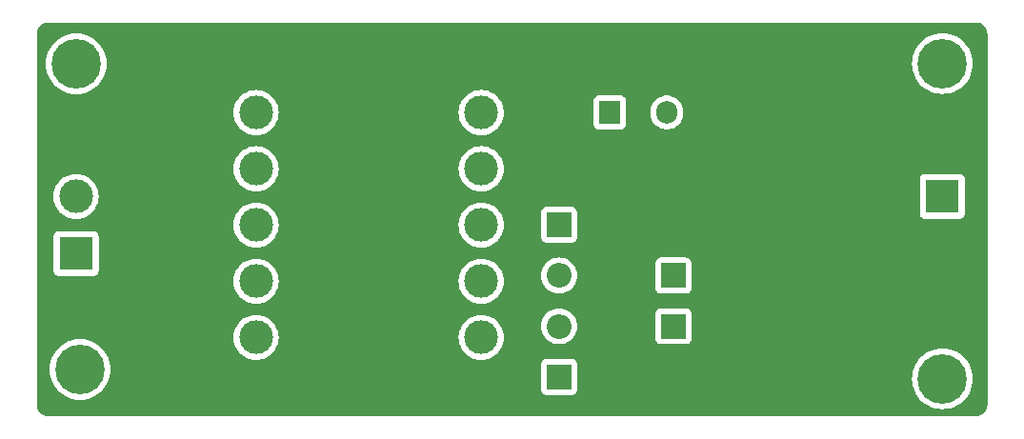
<source format=gbr>
%TF.GenerationSoftware,KiCad,Pcbnew,8.0.7*%
%TF.CreationDate,2025-08-07T00:01:01+05:30*%
%TF.ProjectId,Power_Supply,506f7765-725f-4537-9570-706c792e6b69,rev?*%
%TF.SameCoordinates,Original*%
%TF.FileFunction,Copper,L2,Bot*%
%TF.FilePolarity,Positive*%
%FSLAX46Y46*%
G04 Gerber Fmt 4.6, Leading zero omitted, Abs format (unit mm)*
G04 Created by KiCad (PCBNEW 8.0.7) date 2025-08-07 00:01:01*
%MOMM*%
%LPD*%
G01*
G04 APERTURE LIST*
%TA.AperFunction,ComponentPad*%
%ADD10C,0.700000*%
%TD*%
%TA.AperFunction,ComponentPad*%
%ADD11C,4.400000*%
%TD*%
%TA.AperFunction,ComponentPad*%
%ADD12R,1.905000X2.000000*%
%TD*%
%TA.AperFunction,ComponentPad*%
%ADD13O,1.905000X2.000000*%
%TD*%
%TA.AperFunction,ComponentPad*%
%ADD14C,3.000000*%
%TD*%
%TA.AperFunction,ComponentPad*%
%ADD15R,3.000000X3.000000*%
%TD*%
%TA.AperFunction,ComponentPad*%
%ADD16R,2.200000X2.200000*%
%TD*%
%TA.AperFunction,ComponentPad*%
%ADD17O,2.200000X2.200000*%
%TD*%
G04 APERTURE END LIST*
D10*
%TO.P,H4,1,1*%
%TO.N,unconnected-(H4-Pad1)*%
X182150000Y-97166726D03*
%TO.N,unconnected-(H4-Pad1)_3*%
X181666726Y-98333452D03*
%TO.N,unconnected-(H4-Pad1)_2*%
X181666726Y-96000000D03*
%TO.N,unconnected-(H4-Pad1)_1*%
X180500000Y-98816726D03*
D11*
%TO.N,unconnected-(H4-Pad1)_4*%
X180500000Y-97166726D03*
D10*
%TO.N,unconnected-(H4-Pad1)_7*%
X180500000Y-95516726D03*
%TO.N,unconnected-(H4-Pad1)_6*%
X179333274Y-98333452D03*
%TO.N,unconnected-(H4-Pad1)_5*%
X179333274Y-96000000D03*
%TO.N,unconnected-(H4-Pad1)_8*%
X178850000Y-97166726D03*
%TD*%
%TO.P,H3,1,1*%
%TO.N,unconnected-(H3-Pad1)_4*%
X105483274Y-96333274D03*
%TO.N,unconnected-(H3-Pad1)_2*%
X105000000Y-97500000D03*
%TO.N,unconnected-(H3-Pad1)_7*%
X105000000Y-95166548D03*
%TO.N,unconnected-(H3-Pad1)_8*%
X103833274Y-97983274D03*
D11*
%TO.N,unconnected-(H3-Pad1)_6*%
X103833274Y-96333274D03*
D10*
%TO.N,unconnected-(H3-Pad1)_5*%
X103833274Y-94683274D03*
%TO.N,unconnected-(H3-Pad1)_3*%
X102666548Y-97500000D03*
%TO.N,unconnected-(H3-Pad1)_1*%
X102666548Y-95166548D03*
%TO.N,unconnected-(H3-Pad1)*%
X102183274Y-96333274D03*
%TD*%
%TO.P,H2,1,1*%
%TO.N,unconnected-(H2-Pad1)_6*%
X182150000Y-69150000D03*
%TO.N,unconnected-(H2-Pad1)*%
X181666726Y-70316726D03*
%TO.N,unconnected-(H2-Pad1)_2*%
X181666726Y-67983274D03*
%TO.N,unconnected-(H2-Pad1)_8*%
X180500000Y-70800000D03*
D11*
%TO.N,unconnected-(H2-Pad1)_3*%
X180500000Y-69150000D03*
D10*
%TO.N,unconnected-(H2-Pad1)_7*%
X180500000Y-67500000D03*
%TO.N,unconnected-(H2-Pad1)_5*%
X179333274Y-70316726D03*
%TO.N,unconnected-(H2-Pad1)_1*%
X179333274Y-67983274D03*
%TO.N,unconnected-(H2-Pad1)_4*%
X178850000Y-69150000D03*
%TD*%
%TO.P,H1,1,1*%
%TO.N,unconnected-(H1-Pad1)_6*%
X105150000Y-69166726D03*
%TO.N,unconnected-(H1-Pad1)_1*%
X104666726Y-70333452D03*
%TO.N,unconnected-(H1-Pad1)_5*%
X104666726Y-68000000D03*
%TO.N,unconnected-(H1-Pad1)_8*%
X103500000Y-70816726D03*
D11*
%TO.N,unconnected-(H1-Pad1)_4*%
X103500000Y-69166726D03*
D10*
%TO.N,unconnected-(H1-Pad1)*%
X103500000Y-67516726D03*
%TO.N,unconnected-(H1-Pad1)_7*%
X102333274Y-70333452D03*
%TO.N,unconnected-(H1-Pad1)_3*%
X102333274Y-68000000D03*
%TO.N,unconnected-(H1-Pad1)_2*%
X101850000Y-69166726D03*
%TD*%
D12*
%TO.P,U1,1,VI*%
%TO.N,Net-(D3-K)*%
X150920000Y-73500000D03*
D13*
%TO.P,U1,2,GND*%
%TO.N,GND*%
X153460000Y-73500000D03*
%TO.P,U1,3,VO*%
%TO.N,OUTPUT*%
X156000000Y-73500000D03*
%TD*%
D14*
%TO.P,T1,10*%
%TO.N,N/C*%
X139500000Y-93500000D03*
%TO.P,T1,9,SA*%
%TO.N,Net-(D2-K)*%
X139500000Y-88500000D03*
%TO.P,T1,8*%
%TO.N,N/C*%
X139500000Y-83500000D03*
%TO.P,T1,7,SB*%
%TO.N,Net-(D1-K)*%
X139500000Y-78500000D03*
%TO.P,T1,6*%
%TO.N,N/C*%
X139500000Y-73500000D03*
%TO.P,T1,5*%
X119500000Y-73500000D03*
%TO.P,T1,4*%
X119500000Y-78500000D03*
%TO.P,T1,3*%
X119500000Y-83500000D03*
%TO.P,T1,2,AB*%
%TO.N,Net-(J1-Pin_2)*%
X119500000Y-88500000D03*
%TO.P,T1,1,AA*%
%TO.N,INPUT*%
X119500000Y-93500000D03*
%TD*%
%TO.P,J2,2,Pin_2*%
%TO.N,GND*%
X180500000Y-86040000D03*
D15*
%TO.P,J2,1,Pin_1*%
%TO.N,OUTPUT*%
X180500000Y-80960000D03*
%TD*%
D14*
%TO.P,J1,2,Pin_2*%
%TO.N,Net-(J1-Pin_2)*%
X103500000Y-80960000D03*
D15*
%TO.P,J1,1,Pin_1*%
%TO.N,INPUT*%
X103500000Y-86040000D03*
%TD*%
D16*
%TO.P,D4,1,K*%
%TO.N,Net-(D3-K)*%
X156580000Y-92500000D03*
D17*
%TO.P,D4,2,A*%
%TO.N,Net-(D2-K)*%
X146420000Y-92500000D03*
%TD*%
D16*
%TO.P,D3,1,K*%
%TO.N,Net-(D3-K)*%
X156580000Y-88000000D03*
D17*
%TO.P,D3,2,A*%
%TO.N,Net-(D1-K)*%
X146420000Y-88000000D03*
%TD*%
D16*
%TO.P,D2,1,K*%
%TO.N,Net-(D2-K)*%
X146420000Y-97000000D03*
D17*
%TO.P,D2,2,A*%
%TO.N,GND*%
X156580000Y-97000000D03*
%TD*%
D16*
%TO.P,D1,1,K*%
%TO.N,Net-(D1-K)*%
X146420000Y-83500000D03*
D17*
%TO.P,D1,2,A*%
%TO.N,GND*%
X156580000Y-83500000D03*
%TD*%
%TA.AperFunction,Conductor*%
%TO.N,GND*%
G36*
X183505394Y-65500972D02*
G01*
X183535721Y-65503625D01*
X183662755Y-65514739D01*
X183684035Y-65518491D01*
X183801188Y-65549882D01*
X183831369Y-65557969D01*
X183851681Y-65565362D01*
X183989915Y-65629822D01*
X184008633Y-65640629D01*
X184133582Y-65728119D01*
X184150140Y-65742013D01*
X184257986Y-65849859D01*
X184271880Y-65866417D01*
X184359370Y-65991366D01*
X184370177Y-66010084D01*
X184434637Y-66148318D01*
X184442030Y-66168630D01*
X184481507Y-66315961D01*
X184485260Y-66337246D01*
X184499028Y-66494605D01*
X184499500Y-66505413D01*
X184499500Y-99494586D01*
X184499028Y-99505394D01*
X184485260Y-99662753D01*
X184481507Y-99684038D01*
X184442030Y-99831369D01*
X184434637Y-99851681D01*
X184370177Y-99989915D01*
X184359370Y-100008633D01*
X184271880Y-100133582D01*
X184257986Y-100150140D01*
X184150140Y-100257986D01*
X184133582Y-100271880D01*
X184008633Y-100359370D01*
X183989915Y-100370177D01*
X183851681Y-100434637D01*
X183831369Y-100442030D01*
X183684038Y-100481507D01*
X183662753Y-100485260D01*
X183505395Y-100499028D01*
X183494587Y-100499500D01*
X101005413Y-100499500D01*
X100994605Y-100499028D01*
X100837246Y-100485260D01*
X100815961Y-100481507D01*
X100668630Y-100442030D01*
X100648318Y-100434637D01*
X100510084Y-100370177D01*
X100491366Y-100359370D01*
X100366417Y-100271880D01*
X100349859Y-100257986D01*
X100242013Y-100150140D01*
X100228119Y-100133582D01*
X100140629Y-100008633D01*
X100129822Y-99989915D01*
X100065362Y-99851681D01*
X100057969Y-99831369D01*
X100047835Y-99793547D01*
X100018491Y-99684035D01*
X100014739Y-99662752D01*
X100000972Y-99505393D01*
X100000500Y-99494586D01*
X100000500Y-96333274D01*
X101127838Y-96333274D01*
X101147563Y-96659373D01*
X101206452Y-96980726D01*
X101303640Y-97292616D01*
X101303644Y-97292628D01*
X101303647Y-97292635D01*
X101437729Y-97590553D01*
X101572916Y-97814179D01*
X101606747Y-97870142D01*
X101808228Y-98127313D01*
X102039234Y-98358319D01*
X102296405Y-98559800D01*
X102296408Y-98559802D01*
X102296411Y-98559804D01*
X102575995Y-98728819D01*
X102873913Y-98862901D01*
X102873926Y-98862905D01*
X102873931Y-98862907D01*
X103185821Y-98960095D01*
X103507170Y-99018984D01*
X103833274Y-99038710D01*
X104159378Y-99018984D01*
X104480727Y-98960095D01*
X104792635Y-98862901D01*
X105090553Y-98728819D01*
X105370137Y-98559804D01*
X105627310Y-98358322D01*
X105858322Y-98127310D01*
X106059804Y-97870137D01*
X106228819Y-97590553D01*
X106362901Y-97292635D01*
X106460095Y-96980727D01*
X106518984Y-96659378D01*
X106538710Y-96333274D01*
X106518984Y-96007170D01*
X106490573Y-95852135D01*
X144819500Y-95852135D01*
X144819500Y-98147870D01*
X144819501Y-98147876D01*
X144825908Y-98207483D01*
X144876202Y-98342328D01*
X144876206Y-98342335D01*
X144962452Y-98457544D01*
X144962455Y-98457547D01*
X145077664Y-98543793D01*
X145077671Y-98543797D01*
X145212517Y-98594091D01*
X145212516Y-98594091D01*
X145219444Y-98594835D01*
X145272127Y-98600500D01*
X147567872Y-98600499D01*
X147627483Y-98594091D01*
X147762331Y-98543796D01*
X147877546Y-98457546D01*
X147963796Y-98342331D01*
X148014091Y-98207483D01*
X148020500Y-98147873D01*
X148020500Y-97166726D01*
X177794564Y-97166726D01*
X177814289Y-97492825D01*
X177873178Y-97814178D01*
X177970366Y-98126068D01*
X177970370Y-98126080D01*
X177970373Y-98126087D01*
X178104455Y-98424005D01*
X178268901Y-98696032D01*
X178273473Y-98703594D01*
X178474954Y-98960765D01*
X178705960Y-99191771D01*
X178963131Y-99393252D01*
X178963134Y-99393254D01*
X178963137Y-99393256D01*
X179242721Y-99562271D01*
X179540639Y-99696353D01*
X179540652Y-99696357D01*
X179540657Y-99696359D01*
X179852547Y-99793547D01*
X180173896Y-99852436D01*
X180500000Y-99872162D01*
X180826104Y-99852436D01*
X181147453Y-99793547D01*
X181459361Y-99696353D01*
X181757279Y-99562271D01*
X182036863Y-99393256D01*
X182294036Y-99191774D01*
X182525048Y-98960762D01*
X182726530Y-98703589D01*
X182895545Y-98424005D01*
X183029627Y-98126087D01*
X183126821Y-97814179D01*
X183185710Y-97492830D01*
X183205436Y-97166726D01*
X183185710Y-96840622D01*
X183126821Y-96519273D01*
X183029627Y-96207365D01*
X182895545Y-95909447D01*
X182726530Y-95629863D01*
X182726528Y-95629860D01*
X182726526Y-95629857D01*
X182525045Y-95372686D01*
X182294039Y-95141680D01*
X182036868Y-94940199D01*
X182029306Y-94935627D01*
X181757279Y-94771181D01*
X181459361Y-94637099D01*
X181459354Y-94637096D01*
X181459342Y-94637092D01*
X181147452Y-94539904D01*
X180826099Y-94481015D01*
X180500000Y-94461290D01*
X180173900Y-94481015D01*
X179852547Y-94539904D01*
X179540657Y-94637092D01*
X179540641Y-94637098D01*
X179540639Y-94637099D01*
X179350933Y-94722478D01*
X179242725Y-94771179D01*
X179242723Y-94771180D01*
X178963131Y-94940199D01*
X178705960Y-95141680D01*
X178474954Y-95372686D01*
X178273473Y-95629857D01*
X178104454Y-95909449D01*
X178104453Y-95909451D01*
X177970372Y-96207368D01*
X177970366Y-96207383D01*
X177873178Y-96519273D01*
X177814289Y-96840626D01*
X177794564Y-97166726D01*
X148020500Y-97166726D01*
X148020499Y-95852128D01*
X148014091Y-95792517D01*
X147963796Y-95657669D01*
X147963795Y-95657668D01*
X147963793Y-95657664D01*
X147877547Y-95542455D01*
X147877544Y-95542452D01*
X147762335Y-95456206D01*
X147762328Y-95456202D01*
X147627482Y-95405908D01*
X147627483Y-95405908D01*
X147567883Y-95399501D01*
X147567881Y-95399500D01*
X147567873Y-95399500D01*
X147567864Y-95399500D01*
X145272129Y-95399500D01*
X145272123Y-95399501D01*
X145212516Y-95405908D01*
X145077671Y-95456202D01*
X145077664Y-95456206D01*
X144962455Y-95542452D01*
X144962452Y-95542455D01*
X144876206Y-95657664D01*
X144876202Y-95657671D01*
X144825908Y-95792517D01*
X144819501Y-95852116D01*
X144819501Y-95852123D01*
X144819500Y-95852135D01*
X106490573Y-95852135D01*
X106460095Y-95685821D01*
X106397578Y-95485195D01*
X106362907Y-95373931D01*
X106362905Y-95373926D01*
X106362901Y-95373913D01*
X106228819Y-95075995D01*
X106059804Y-94796411D01*
X106059802Y-94796408D01*
X106059800Y-94796405D01*
X105858319Y-94539234D01*
X105627313Y-94308228D01*
X105370142Y-94106747D01*
X105266010Y-94043797D01*
X105090553Y-93937729D01*
X104792635Y-93803647D01*
X104792628Y-93803644D01*
X104792616Y-93803640D01*
X104480726Y-93706452D01*
X104159373Y-93647563D01*
X103833274Y-93627838D01*
X103507174Y-93647563D01*
X103185821Y-93706452D01*
X102873931Y-93803640D01*
X102873915Y-93803646D01*
X102873913Y-93803647D01*
X102787961Y-93842331D01*
X102575999Y-93937727D01*
X102575997Y-93937728D01*
X102296405Y-94106747D01*
X102039234Y-94308228D01*
X101808228Y-94539234D01*
X101606747Y-94796405D01*
X101519821Y-94940199D01*
X101437729Y-95075995D01*
X101304198Y-95372690D01*
X101303646Y-95373916D01*
X101303640Y-95373931D01*
X101206452Y-95685821D01*
X101147563Y-96007174D01*
X101127838Y-96333274D01*
X100000500Y-96333274D01*
X100000500Y-93499998D01*
X117494390Y-93499998D01*
X117494390Y-93500001D01*
X117514804Y-93785433D01*
X117575628Y-94065037D01*
X117575630Y-94065043D01*
X117575631Y-94065046D01*
X117675633Y-94333161D01*
X117675635Y-94333166D01*
X117812770Y-94584309D01*
X117812775Y-94584317D01*
X117984254Y-94813387D01*
X117984270Y-94813405D01*
X118186594Y-95015729D01*
X118186612Y-95015745D01*
X118415682Y-95187224D01*
X118415690Y-95187229D01*
X118666833Y-95324364D01*
X118666832Y-95324364D01*
X118666836Y-95324365D01*
X118666839Y-95324367D01*
X118934954Y-95424369D01*
X118934960Y-95424370D01*
X118934962Y-95424371D01*
X119214566Y-95485195D01*
X119214568Y-95485195D01*
X119214572Y-95485196D01*
X119468220Y-95503337D01*
X119499999Y-95505610D01*
X119500000Y-95505610D01*
X119500001Y-95505610D01*
X119528595Y-95503564D01*
X119785428Y-95485196D01*
X119918694Y-95456206D01*
X120065037Y-95424371D01*
X120065037Y-95424370D01*
X120065046Y-95424369D01*
X120333161Y-95324367D01*
X120584315Y-95187226D01*
X120813395Y-95015739D01*
X121015739Y-94813395D01*
X121187226Y-94584315D01*
X121324367Y-94333161D01*
X121424369Y-94065046D01*
X121452065Y-93937728D01*
X121485195Y-93785433D01*
X121485195Y-93785432D01*
X121485196Y-93785428D01*
X121505610Y-93500000D01*
X121505610Y-93499998D01*
X137494390Y-93499998D01*
X137494390Y-93500001D01*
X137514804Y-93785433D01*
X137575628Y-94065037D01*
X137575630Y-94065043D01*
X137575631Y-94065046D01*
X137675633Y-94333161D01*
X137675635Y-94333166D01*
X137812770Y-94584309D01*
X137812775Y-94584317D01*
X137984254Y-94813387D01*
X137984270Y-94813405D01*
X138186594Y-95015729D01*
X138186612Y-95015745D01*
X138415682Y-95187224D01*
X138415690Y-95187229D01*
X138666833Y-95324364D01*
X138666832Y-95324364D01*
X138666836Y-95324365D01*
X138666839Y-95324367D01*
X138934954Y-95424369D01*
X138934960Y-95424370D01*
X138934962Y-95424371D01*
X139214566Y-95485195D01*
X139214568Y-95485195D01*
X139214572Y-95485196D01*
X139468220Y-95503337D01*
X139499999Y-95505610D01*
X139500000Y-95505610D01*
X139500001Y-95505610D01*
X139528595Y-95503564D01*
X139785428Y-95485196D01*
X139918694Y-95456206D01*
X140065037Y-95424371D01*
X140065037Y-95424370D01*
X140065046Y-95424369D01*
X140333161Y-95324367D01*
X140584315Y-95187226D01*
X140813395Y-95015739D01*
X141015739Y-94813395D01*
X141187226Y-94584315D01*
X141324367Y-94333161D01*
X141424369Y-94065046D01*
X141452065Y-93937728D01*
X141485195Y-93785433D01*
X141485195Y-93785432D01*
X141485196Y-93785428D01*
X141505610Y-93500000D01*
X141485196Y-93214572D01*
X141424369Y-92934954D01*
X141324367Y-92666839D01*
X141233266Y-92500000D01*
X144814551Y-92500000D01*
X144834317Y-92751151D01*
X144893126Y-92996110D01*
X144989533Y-93228859D01*
X145121160Y-93443653D01*
X145121161Y-93443656D01*
X145121164Y-93443659D01*
X145284776Y-93635224D01*
X145433066Y-93761875D01*
X145476343Y-93798838D01*
X145476346Y-93798839D01*
X145691140Y-93930466D01*
X145923889Y-94026873D01*
X146168852Y-94085683D01*
X146420000Y-94105449D01*
X146671148Y-94085683D01*
X146916111Y-94026873D01*
X147148859Y-93930466D01*
X147363659Y-93798836D01*
X147555224Y-93635224D01*
X147718836Y-93443659D01*
X147850466Y-93228859D01*
X147946873Y-92996111D01*
X148005683Y-92751148D01*
X148025449Y-92500000D01*
X148005683Y-92248852D01*
X147946873Y-92003889D01*
X147938740Y-91984254D01*
X147850466Y-91771140D01*
X147718839Y-91556346D01*
X147718838Y-91556343D01*
X147665925Y-91494390D01*
X147555224Y-91364776D01*
X147540423Y-91352135D01*
X154979500Y-91352135D01*
X154979500Y-93647870D01*
X154979501Y-93647876D01*
X154985908Y-93707483D01*
X155036202Y-93842328D01*
X155036206Y-93842335D01*
X155122452Y-93957544D01*
X155122455Y-93957547D01*
X155237664Y-94043793D01*
X155237671Y-94043797D01*
X155372517Y-94094091D01*
X155372516Y-94094091D01*
X155379444Y-94094835D01*
X155432127Y-94100500D01*
X157727872Y-94100499D01*
X157787483Y-94094091D01*
X157922331Y-94043796D01*
X158037546Y-93957546D01*
X158123796Y-93842331D01*
X158174091Y-93707483D01*
X158180500Y-93647873D01*
X158180499Y-91352128D01*
X158174091Y-91292517D01*
X158140017Y-91201161D01*
X158123797Y-91157671D01*
X158123793Y-91157664D01*
X158037547Y-91042455D01*
X158037544Y-91042452D01*
X157922335Y-90956206D01*
X157922328Y-90956202D01*
X157787482Y-90905908D01*
X157787483Y-90905908D01*
X157727883Y-90899501D01*
X157727881Y-90899500D01*
X157727873Y-90899500D01*
X157727864Y-90899500D01*
X155432129Y-90899500D01*
X155432123Y-90899501D01*
X155372516Y-90905908D01*
X155237671Y-90956202D01*
X155237664Y-90956206D01*
X155122455Y-91042452D01*
X155122452Y-91042455D01*
X155036206Y-91157664D01*
X155036202Y-91157671D01*
X154985908Y-91292517D01*
X154979501Y-91352116D01*
X154979501Y-91352123D01*
X154979500Y-91352135D01*
X147540423Y-91352135D01*
X147428571Y-91256604D01*
X147363656Y-91201161D01*
X147363653Y-91201160D01*
X147148859Y-91069533D01*
X146916110Y-90973126D01*
X146671151Y-90914317D01*
X146420000Y-90894551D01*
X146168848Y-90914317D01*
X145923889Y-90973126D01*
X145691140Y-91069533D01*
X145476346Y-91201160D01*
X145476343Y-91201161D01*
X145284776Y-91364776D01*
X145121161Y-91556343D01*
X145121160Y-91556346D01*
X144989533Y-91771140D01*
X144893126Y-92003889D01*
X144834317Y-92248848D01*
X144814551Y-92500000D01*
X141233266Y-92500000D01*
X141187226Y-92415685D01*
X141187224Y-92415682D01*
X141015745Y-92186612D01*
X141015729Y-92186594D01*
X140813405Y-91984270D01*
X140813387Y-91984254D01*
X140584317Y-91812775D01*
X140584309Y-91812770D01*
X140333166Y-91675635D01*
X140333167Y-91675635D01*
X140225915Y-91635632D01*
X140065046Y-91575631D01*
X140065043Y-91575630D01*
X140065037Y-91575628D01*
X139785433Y-91514804D01*
X139500001Y-91494390D01*
X139499999Y-91494390D01*
X139214566Y-91514804D01*
X138934962Y-91575628D01*
X138666833Y-91675635D01*
X138415690Y-91812770D01*
X138415682Y-91812775D01*
X138186612Y-91984254D01*
X138186594Y-91984270D01*
X137984270Y-92186594D01*
X137984254Y-92186612D01*
X137812775Y-92415682D01*
X137812770Y-92415690D01*
X137675635Y-92666833D01*
X137575628Y-92934962D01*
X137514804Y-93214566D01*
X137494390Y-93499998D01*
X121505610Y-93499998D01*
X121485196Y-93214572D01*
X121424369Y-92934954D01*
X121324367Y-92666839D01*
X121187226Y-92415685D01*
X121187224Y-92415682D01*
X121015745Y-92186612D01*
X121015729Y-92186594D01*
X120813405Y-91984270D01*
X120813387Y-91984254D01*
X120584317Y-91812775D01*
X120584309Y-91812770D01*
X120333166Y-91675635D01*
X120333167Y-91675635D01*
X120225915Y-91635632D01*
X120065046Y-91575631D01*
X120065043Y-91575630D01*
X120065037Y-91575628D01*
X119785433Y-91514804D01*
X119500001Y-91494390D01*
X119499999Y-91494390D01*
X119214566Y-91514804D01*
X118934962Y-91575628D01*
X118666833Y-91675635D01*
X118415690Y-91812770D01*
X118415682Y-91812775D01*
X118186612Y-91984254D01*
X118186594Y-91984270D01*
X117984270Y-92186594D01*
X117984254Y-92186612D01*
X117812775Y-92415682D01*
X117812770Y-92415690D01*
X117675635Y-92666833D01*
X117575628Y-92934962D01*
X117514804Y-93214566D01*
X117494390Y-93499998D01*
X100000500Y-93499998D01*
X100000500Y-88499998D01*
X117494390Y-88499998D01*
X117494390Y-88500001D01*
X117514804Y-88785433D01*
X117575628Y-89065037D01*
X117575630Y-89065043D01*
X117575631Y-89065046D01*
X117662831Y-89298838D01*
X117675635Y-89333166D01*
X117812770Y-89584309D01*
X117812775Y-89584317D01*
X117984254Y-89813387D01*
X117984270Y-89813405D01*
X118186594Y-90015729D01*
X118186612Y-90015745D01*
X118415682Y-90187224D01*
X118415690Y-90187229D01*
X118666833Y-90324364D01*
X118666832Y-90324364D01*
X118666836Y-90324365D01*
X118666839Y-90324367D01*
X118934954Y-90424369D01*
X118934960Y-90424370D01*
X118934962Y-90424371D01*
X119214566Y-90485195D01*
X119214568Y-90485195D01*
X119214572Y-90485196D01*
X119468220Y-90503337D01*
X119499999Y-90505610D01*
X119500000Y-90505610D01*
X119500001Y-90505610D01*
X119528595Y-90503564D01*
X119785428Y-90485196D01*
X120065046Y-90424369D01*
X120333161Y-90324367D01*
X120584315Y-90187226D01*
X120813395Y-90015739D01*
X121015739Y-89813395D01*
X121187226Y-89584315D01*
X121324367Y-89333161D01*
X121424369Y-89065046D01*
X121485196Y-88785428D01*
X121505610Y-88500000D01*
X121505610Y-88499998D01*
X137494390Y-88499998D01*
X137494390Y-88500001D01*
X137514804Y-88785433D01*
X137575628Y-89065037D01*
X137575630Y-89065043D01*
X137575631Y-89065046D01*
X137662831Y-89298838D01*
X137675635Y-89333166D01*
X137812770Y-89584309D01*
X137812775Y-89584317D01*
X137984254Y-89813387D01*
X137984270Y-89813405D01*
X138186594Y-90015729D01*
X138186612Y-90015745D01*
X138415682Y-90187224D01*
X138415690Y-90187229D01*
X138666833Y-90324364D01*
X138666832Y-90324364D01*
X138666836Y-90324365D01*
X138666839Y-90324367D01*
X138934954Y-90424369D01*
X138934960Y-90424370D01*
X138934962Y-90424371D01*
X139214566Y-90485195D01*
X139214568Y-90485195D01*
X139214572Y-90485196D01*
X139468220Y-90503337D01*
X139499999Y-90505610D01*
X139500000Y-90505610D01*
X139500001Y-90505610D01*
X139528595Y-90503564D01*
X139785428Y-90485196D01*
X140065046Y-90424369D01*
X140333161Y-90324367D01*
X140584315Y-90187226D01*
X140813395Y-90015739D01*
X141015739Y-89813395D01*
X141187226Y-89584315D01*
X141324367Y-89333161D01*
X141424369Y-89065046D01*
X141485196Y-88785428D01*
X141505610Y-88500000D01*
X141485196Y-88214572D01*
X141438519Y-88000000D01*
X144814551Y-88000000D01*
X144834317Y-88251151D01*
X144893126Y-88496110D01*
X144989533Y-88728859D01*
X145121160Y-88943653D01*
X145121161Y-88943656D01*
X145121164Y-88943659D01*
X145284776Y-89135224D01*
X145433066Y-89261875D01*
X145476343Y-89298838D01*
X145476346Y-89298839D01*
X145691140Y-89430466D01*
X145923889Y-89526873D01*
X146168852Y-89585683D01*
X146420000Y-89605449D01*
X146671148Y-89585683D01*
X146916111Y-89526873D01*
X147148859Y-89430466D01*
X147363659Y-89298836D01*
X147555224Y-89135224D01*
X147718836Y-88943659D01*
X147850466Y-88728859D01*
X147946873Y-88496111D01*
X148005683Y-88251148D01*
X148025449Y-88000000D01*
X148005683Y-87748852D01*
X147946873Y-87503889D01*
X147850466Y-87271141D01*
X147850466Y-87271140D01*
X147718839Y-87056346D01*
X147718838Y-87056343D01*
X147681875Y-87013066D01*
X147555224Y-86864776D01*
X147540423Y-86852135D01*
X154979500Y-86852135D01*
X154979500Y-89147870D01*
X154979501Y-89147876D01*
X154985908Y-89207483D01*
X155036202Y-89342328D01*
X155036206Y-89342335D01*
X155122452Y-89457544D01*
X155122455Y-89457547D01*
X155237664Y-89543793D01*
X155237671Y-89543797D01*
X155372517Y-89594091D01*
X155372516Y-89594091D01*
X155379444Y-89594835D01*
X155432127Y-89600500D01*
X157727872Y-89600499D01*
X157787483Y-89594091D01*
X157922331Y-89543796D01*
X158037546Y-89457546D01*
X158123796Y-89342331D01*
X158174091Y-89207483D01*
X158180500Y-89147873D01*
X158180499Y-86852128D01*
X158174091Y-86792517D01*
X158140017Y-86701161D01*
X158123797Y-86657671D01*
X158123793Y-86657664D01*
X158037547Y-86542455D01*
X158037544Y-86542452D01*
X157922335Y-86456206D01*
X157922328Y-86456202D01*
X157787482Y-86405908D01*
X157787483Y-86405908D01*
X157727883Y-86399501D01*
X157727881Y-86399500D01*
X157727873Y-86399500D01*
X157727864Y-86399500D01*
X155432129Y-86399500D01*
X155432123Y-86399501D01*
X155372516Y-86405908D01*
X155237671Y-86456202D01*
X155237664Y-86456206D01*
X155122455Y-86542452D01*
X155122452Y-86542455D01*
X155036206Y-86657664D01*
X155036202Y-86657671D01*
X154985908Y-86792517D01*
X154979501Y-86852116D01*
X154979501Y-86852123D01*
X154979500Y-86852135D01*
X147540423Y-86852135D01*
X147428571Y-86756604D01*
X147363656Y-86701161D01*
X147363653Y-86701160D01*
X147148859Y-86569533D01*
X146916110Y-86473126D01*
X146671151Y-86414317D01*
X146420000Y-86394551D01*
X146168848Y-86414317D01*
X145923889Y-86473126D01*
X145691140Y-86569533D01*
X145476346Y-86701160D01*
X145476343Y-86701161D01*
X145284776Y-86864776D01*
X145121161Y-87056343D01*
X145121160Y-87056346D01*
X144989533Y-87271140D01*
X144893126Y-87503889D01*
X144834317Y-87748848D01*
X144814551Y-88000000D01*
X141438519Y-88000000D01*
X141434993Y-87983793D01*
X141424371Y-87934962D01*
X141424370Y-87934960D01*
X141424369Y-87934954D01*
X141324367Y-87666839D01*
X141313797Y-87647482D01*
X141187229Y-87415690D01*
X141187224Y-87415682D01*
X141015745Y-87186612D01*
X141015729Y-87186594D01*
X140813405Y-86984270D01*
X140813387Y-86984254D01*
X140584317Y-86812775D01*
X140584309Y-86812770D01*
X140333166Y-86675635D01*
X140333167Y-86675635D01*
X140225915Y-86635632D01*
X140065046Y-86575631D01*
X140065043Y-86575630D01*
X140065037Y-86575628D01*
X139785433Y-86514804D01*
X139500001Y-86494390D01*
X139499999Y-86494390D01*
X139214566Y-86514804D01*
X138934962Y-86575628D01*
X138666833Y-86675635D01*
X138415690Y-86812770D01*
X138415682Y-86812775D01*
X138186612Y-86984254D01*
X138186594Y-86984270D01*
X137984270Y-87186594D01*
X137984254Y-87186612D01*
X137812775Y-87415682D01*
X137812770Y-87415690D01*
X137675635Y-87666833D01*
X137575628Y-87934962D01*
X137514804Y-88214566D01*
X137494390Y-88499998D01*
X121505610Y-88499998D01*
X121485196Y-88214572D01*
X121434993Y-87983793D01*
X121424371Y-87934962D01*
X121424370Y-87934960D01*
X121424369Y-87934954D01*
X121324367Y-87666839D01*
X121313797Y-87647482D01*
X121187229Y-87415690D01*
X121187224Y-87415682D01*
X121015745Y-87186612D01*
X121015729Y-87186594D01*
X120813405Y-86984270D01*
X120813387Y-86984254D01*
X120584317Y-86812775D01*
X120584309Y-86812770D01*
X120333166Y-86675635D01*
X120333167Y-86675635D01*
X120225915Y-86635632D01*
X120065046Y-86575631D01*
X120065043Y-86575630D01*
X120065037Y-86575628D01*
X119785433Y-86514804D01*
X119500001Y-86494390D01*
X119499999Y-86494390D01*
X119214566Y-86514804D01*
X118934962Y-86575628D01*
X118666833Y-86675635D01*
X118415690Y-86812770D01*
X118415682Y-86812775D01*
X118186612Y-86984254D01*
X118186594Y-86984270D01*
X117984270Y-87186594D01*
X117984254Y-87186612D01*
X117812775Y-87415682D01*
X117812770Y-87415690D01*
X117675635Y-87666833D01*
X117575628Y-87934962D01*
X117514804Y-88214566D01*
X117494390Y-88499998D01*
X100000500Y-88499998D01*
X100000500Y-84492135D01*
X101499500Y-84492135D01*
X101499500Y-87587870D01*
X101499501Y-87587876D01*
X101505908Y-87647483D01*
X101556202Y-87782328D01*
X101556206Y-87782335D01*
X101642452Y-87897544D01*
X101642455Y-87897547D01*
X101757664Y-87983793D01*
X101757671Y-87983797D01*
X101892517Y-88034091D01*
X101892516Y-88034091D01*
X101899444Y-88034835D01*
X101952127Y-88040500D01*
X105047872Y-88040499D01*
X105107483Y-88034091D01*
X105242331Y-87983796D01*
X105357546Y-87897546D01*
X105443796Y-87782331D01*
X105494091Y-87647483D01*
X105500500Y-87587873D01*
X105500499Y-84492128D01*
X105494091Y-84432517D01*
X105443796Y-84297669D01*
X105443795Y-84297668D01*
X105443793Y-84297664D01*
X105357547Y-84182455D01*
X105357544Y-84182452D01*
X105242335Y-84096206D01*
X105242328Y-84096202D01*
X105107482Y-84045908D01*
X105107483Y-84045908D01*
X105047883Y-84039501D01*
X105047881Y-84039500D01*
X105047873Y-84039500D01*
X105047864Y-84039500D01*
X101952129Y-84039500D01*
X101952123Y-84039501D01*
X101892516Y-84045908D01*
X101757671Y-84096202D01*
X101757664Y-84096206D01*
X101642455Y-84182452D01*
X101642452Y-84182455D01*
X101556206Y-84297664D01*
X101556202Y-84297671D01*
X101505908Y-84432517D01*
X101499501Y-84492116D01*
X101499501Y-84492123D01*
X101499500Y-84492135D01*
X100000500Y-84492135D01*
X100000500Y-83499998D01*
X117494390Y-83499998D01*
X117494390Y-83500001D01*
X117514804Y-83785433D01*
X117575628Y-84065037D01*
X117575630Y-84065043D01*
X117575631Y-84065046D01*
X117662393Y-84297664D01*
X117675635Y-84333166D01*
X117812770Y-84584309D01*
X117812775Y-84584317D01*
X117984254Y-84813387D01*
X117984270Y-84813405D01*
X118186594Y-85015729D01*
X118186612Y-85015745D01*
X118415682Y-85187224D01*
X118415690Y-85187229D01*
X118666833Y-85324364D01*
X118666832Y-85324364D01*
X118666836Y-85324365D01*
X118666839Y-85324367D01*
X118934954Y-85424369D01*
X118934960Y-85424370D01*
X118934962Y-85424371D01*
X119214566Y-85485195D01*
X119214568Y-85485195D01*
X119214572Y-85485196D01*
X119468220Y-85503337D01*
X119499999Y-85505610D01*
X119500000Y-85505610D01*
X119500001Y-85505610D01*
X119528595Y-85503564D01*
X119785428Y-85485196D01*
X120065046Y-85424369D01*
X120333161Y-85324367D01*
X120584315Y-85187226D01*
X120813395Y-85015739D01*
X121015739Y-84813395D01*
X121187226Y-84584315D01*
X121324367Y-84333161D01*
X121424369Y-84065046D01*
X121485196Y-83785428D01*
X121505610Y-83500000D01*
X121505610Y-83499998D01*
X137494390Y-83499998D01*
X137494390Y-83500001D01*
X137514804Y-83785433D01*
X137575628Y-84065037D01*
X137575630Y-84065043D01*
X137575631Y-84065046D01*
X137662393Y-84297664D01*
X137675635Y-84333166D01*
X137812770Y-84584309D01*
X137812775Y-84584317D01*
X137984254Y-84813387D01*
X137984270Y-84813405D01*
X138186594Y-85015729D01*
X138186612Y-85015745D01*
X138415682Y-85187224D01*
X138415690Y-85187229D01*
X138666833Y-85324364D01*
X138666832Y-85324364D01*
X138666836Y-85324365D01*
X138666839Y-85324367D01*
X138934954Y-85424369D01*
X138934960Y-85424370D01*
X138934962Y-85424371D01*
X139214566Y-85485195D01*
X139214568Y-85485195D01*
X139214572Y-85485196D01*
X139468220Y-85503337D01*
X139499999Y-85505610D01*
X139500000Y-85505610D01*
X139500001Y-85505610D01*
X139528595Y-85503564D01*
X139785428Y-85485196D01*
X140065046Y-85424369D01*
X140333161Y-85324367D01*
X140584315Y-85187226D01*
X140813395Y-85015739D01*
X141015739Y-84813395D01*
X141187226Y-84584315D01*
X141324367Y-84333161D01*
X141424369Y-84065046D01*
X141485196Y-83785428D01*
X141505610Y-83500000D01*
X141485196Y-83214572D01*
X141424369Y-82934954D01*
X141324367Y-82666839D01*
X141313657Y-82647226D01*
X141187229Y-82415690D01*
X141187224Y-82415682D01*
X141139653Y-82352135D01*
X144819500Y-82352135D01*
X144819500Y-84647870D01*
X144819501Y-84647876D01*
X144825908Y-84707483D01*
X144876202Y-84842328D01*
X144876206Y-84842335D01*
X144962452Y-84957544D01*
X144962455Y-84957547D01*
X145077664Y-85043793D01*
X145077671Y-85043797D01*
X145212517Y-85094091D01*
X145212516Y-85094091D01*
X145219444Y-85094835D01*
X145272127Y-85100500D01*
X147567872Y-85100499D01*
X147627483Y-85094091D01*
X147762331Y-85043796D01*
X147877546Y-84957546D01*
X147963796Y-84842331D01*
X148014091Y-84707483D01*
X148020500Y-84647873D01*
X148020499Y-82352128D01*
X148014091Y-82292517D01*
X147974588Y-82186605D01*
X147963797Y-82157671D01*
X147963793Y-82157664D01*
X147877547Y-82042455D01*
X147877544Y-82042452D01*
X147762335Y-81956206D01*
X147762328Y-81956202D01*
X147627482Y-81905908D01*
X147627483Y-81905908D01*
X147567883Y-81899501D01*
X147567881Y-81899500D01*
X147567873Y-81899500D01*
X147567864Y-81899500D01*
X145272129Y-81899500D01*
X145272123Y-81899501D01*
X145212516Y-81905908D01*
X145077671Y-81956202D01*
X145077664Y-81956206D01*
X144962455Y-82042452D01*
X144962452Y-82042455D01*
X144876206Y-82157664D01*
X144876202Y-82157671D01*
X144825908Y-82292517D01*
X144819501Y-82352116D01*
X144819501Y-82352123D01*
X144819500Y-82352135D01*
X141139653Y-82352135D01*
X141015745Y-82186612D01*
X141015729Y-82186594D01*
X140813405Y-81984270D01*
X140813387Y-81984254D01*
X140584317Y-81812775D01*
X140584309Y-81812770D01*
X140333166Y-81675635D01*
X140333167Y-81675635D01*
X140225915Y-81635632D01*
X140065046Y-81575631D01*
X140065043Y-81575630D01*
X140065037Y-81575628D01*
X139785433Y-81514804D01*
X139500001Y-81494390D01*
X139499999Y-81494390D01*
X139214566Y-81514804D01*
X138934962Y-81575628D01*
X138666833Y-81675635D01*
X138415690Y-81812770D01*
X138415682Y-81812775D01*
X138186612Y-81984254D01*
X138186594Y-81984270D01*
X137984270Y-82186594D01*
X137984254Y-82186612D01*
X137812775Y-82415682D01*
X137812770Y-82415690D01*
X137675635Y-82666833D01*
X137575628Y-82934962D01*
X137514804Y-83214566D01*
X137494390Y-83499998D01*
X121505610Y-83499998D01*
X121485196Y-83214572D01*
X121424369Y-82934954D01*
X121324367Y-82666839D01*
X121313657Y-82647226D01*
X121187229Y-82415690D01*
X121187224Y-82415682D01*
X121015745Y-82186612D01*
X121015729Y-82186594D01*
X120813405Y-81984270D01*
X120813387Y-81984254D01*
X120584317Y-81812775D01*
X120584309Y-81812770D01*
X120333166Y-81675635D01*
X120333167Y-81675635D01*
X120225915Y-81635632D01*
X120065046Y-81575631D01*
X120065043Y-81575630D01*
X120065037Y-81575628D01*
X119785433Y-81514804D01*
X119500001Y-81494390D01*
X119499999Y-81494390D01*
X119214566Y-81514804D01*
X118934962Y-81575628D01*
X118666833Y-81675635D01*
X118415690Y-81812770D01*
X118415682Y-81812775D01*
X118186612Y-81984254D01*
X118186594Y-81984270D01*
X117984270Y-82186594D01*
X117984254Y-82186612D01*
X117812775Y-82415682D01*
X117812770Y-82415690D01*
X117675635Y-82666833D01*
X117575628Y-82934962D01*
X117514804Y-83214566D01*
X117494390Y-83499998D01*
X100000500Y-83499998D01*
X100000500Y-80959998D01*
X101494390Y-80959998D01*
X101494390Y-80960001D01*
X101514804Y-81245433D01*
X101575628Y-81525037D01*
X101575630Y-81525043D01*
X101575631Y-81525046D01*
X101631797Y-81675633D01*
X101675635Y-81793166D01*
X101812770Y-82044309D01*
X101812775Y-82044317D01*
X101984254Y-82273387D01*
X101984270Y-82273405D01*
X102186594Y-82475729D01*
X102186612Y-82475745D01*
X102415682Y-82647224D01*
X102415690Y-82647229D01*
X102666833Y-82784364D01*
X102666832Y-82784364D01*
X102666836Y-82784365D01*
X102666839Y-82784367D01*
X102934954Y-82884369D01*
X102934960Y-82884370D01*
X102934962Y-82884371D01*
X103214566Y-82945195D01*
X103214568Y-82945195D01*
X103214572Y-82945196D01*
X103468220Y-82963337D01*
X103499999Y-82965610D01*
X103500000Y-82965610D01*
X103500001Y-82965610D01*
X103528595Y-82963564D01*
X103785428Y-82945196D01*
X103975742Y-82903796D01*
X104065037Y-82884371D01*
X104065037Y-82884370D01*
X104065046Y-82884369D01*
X104333161Y-82784367D01*
X104584315Y-82647226D01*
X104813395Y-82475739D01*
X105015739Y-82273395D01*
X105187226Y-82044315D01*
X105324367Y-81793161D01*
X105424369Y-81525046D01*
X105485196Y-81245428D01*
X105505610Y-80960000D01*
X105485196Y-80674572D01*
X105430768Y-80424371D01*
X105424371Y-80394962D01*
X105424370Y-80394960D01*
X105424369Y-80394954D01*
X105324367Y-80126839D01*
X105187226Y-79875685D01*
X105140604Y-79813405D01*
X105015745Y-79646612D01*
X105015729Y-79646594D01*
X104813405Y-79444270D01*
X104813387Y-79444254D01*
X104584317Y-79272775D01*
X104584309Y-79272770D01*
X104333166Y-79135635D01*
X104333167Y-79135635D01*
X104143886Y-79065037D01*
X104065046Y-79035631D01*
X104065043Y-79035630D01*
X104065037Y-79035628D01*
X103785433Y-78974804D01*
X103500001Y-78954390D01*
X103499999Y-78954390D01*
X103214566Y-78974804D01*
X102934962Y-79035628D01*
X102666833Y-79135635D01*
X102415690Y-79272770D01*
X102415682Y-79272775D01*
X102186612Y-79444254D01*
X102186594Y-79444270D01*
X101984270Y-79646594D01*
X101984254Y-79646612D01*
X101812775Y-79875682D01*
X101812770Y-79875690D01*
X101675635Y-80126833D01*
X101575628Y-80394962D01*
X101514804Y-80674566D01*
X101494390Y-80959998D01*
X100000500Y-80959998D01*
X100000500Y-78499998D01*
X117494390Y-78499998D01*
X117494390Y-78500001D01*
X117514804Y-78785433D01*
X117575628Y-79065037D01*
X117575630Y-79065043D01*
X117575631Y-79065046D01*
X117653108Y-79272770D01*
X117675635Y-79333166D01*
X117812770Y-79584309D01*
X117812775Y-79584317D01*
X117984254Y-79813387D01*
X117984270Y-79813405D01*
X118186594Y-80015729D01*
X118186612Y-80015745D01*
X118415682Y-80187224D01*
X118415690Y-80187229D01*
X118666833Y-80324364D01*
X118666832Y-80324364D01*
X118666836Y-80324365D01*
X118666839Y-80324367D01*
X118934954Y-80424369D01*
X118934960Y-80424370D01*
X118934962Y-80424371D01*
X119214566Y-80485195D01*
X119214568Y-80485195D01*
X119214572Y-80485196D01*
X119468220Y-80503337D01*
X119499999Y-80505610D01*
X119500000Y-80505610D01*
X119500001Y-80505610D01*
X119528595Y-80503564D01*
X119785428Y-80485196D01*
X120065046Y-80424369D01*
X120333161Y-80324367D01*
X120584315Y-80187226D01*
X120813395Y-80015739D01*
X121015739Y-79813395D01*
X121187226Y-79584315D01*
X121324367Y-79333161D01*
X121424369Y-79065046D01*
X121430768Y-79035631D01*
X121485195Y-78785433D01*
X121485195Y-78785432D01*
X121485196Y-78785428D01*
X121505610Y-78500000D01*
X121505610Y-78499998D01*
X137494390Y-78499998D01*
X137494390Y-78500001D01*
X137514804Y-78785433D01*
X137575628Y-79065037D01*
X137575630Y-79065043D01*
X137575631Y-79065046D01*
X137653108Y-79272770D01*
X137675635Y-79333166D01*
X137812770Y-79584309D01*
X137812775Y-79584317D01*
X137984254Y-79813387D01*
X137984270Y-79813405D01*
X138186594Y-80015729D01*
X138186612Y-80015745D01*
X138415682Y-80187224D01*
X138415690Y-80187229D01*
X138666833Y-80324364D01*
X138666832Y-80324364D01*
X138666836Y-80324365D01*
X138666839Y-80324367D01*
X138934954Y-80424369D01*
X138934960Y-80424370D01*
X138934962Y-80424371D01*
X139214566Y-80485195D01*
X139214568Y-80485195D01*
X139214572Y-80485196D01*
X139468220Y-80503337D01*
X139499999Y-80505610D01*
X139500000Y-80505610D01*
X139500001Y-80505610D01*
X139528595Y-80503564D01*
X139785428Y-80485196D01*
X140065046Y-80424369D01*
X140333161Y-80324367D01*
X140584315Y-80187226D01*
X140813395Y-80015739D01*
X141015739Y-79813395D01*
X141187226Y-79584315D01*
X141281244Y-79412135D01*
X178499500Y-79412135D01*
X178499500Y-82507870D01*
X178499501Y-82507876D01*
X178505908Y-82567483D01*
X178556202Y-82702328D01*
X178556206Y-82702335D01*
X178642452Y-82817544D01*
X178642455Y-82817547D01*
X178757664Y-82903793D01*
X178757671Y-82903797D01*
X178892517Y-82954091D01*
X178892516Y-82954091D01*
X178899444Y-82954835D01*
X178952127Y-82960500D01*
X182047872Y-82960499D01*
X182107483Y-82954091D01*
X182242331Y-82903796D01*
X182357546Y-82817546D01*
X182443796Y-82702331D01*
X182494091Y-82567483D01*
X182500500Y-82507873D01*
X182500499Y-79412128D01*
X182494091Y-79352517D01*
X182464347Y-79272770D01*
X182443797Y-79217671D01*
X182443793Y-79217664D01*
X182357547Y-79102455D01*
X182357544Y-79102452D01*
X182242335Y-79016206D01*
X182242328Y-79016202D01*
X182107482Y-78965908D01*
X182107483Y-78965908D01*
X182047883Y-78959501D01*
X182047881Y-78959500D01*
X182047873Y-78959500D01*
X182047864Y-78959500D01*
X178952129Y-78959500D01*
X178952123Y-78959501D01*
X178892516Y-78965908D01*
X178757671Y-79016202D01*
X178757664Y-79016206D01*
X178642455Y-79102452D01*
X178642452Y-79102455D01*
X178556206Y-79217664D01*
X178556202Y-79217671D01*
X178505908Y-79352517D01*
X178499501Y-79412116D01*
X178499501Y-79412123D01*
X178499500Y-79412135D01*
X141281244Y-79412135D01*
X141324367Y-79333161D01*
X141424369Y-79065046D01*
X141430768Y-79035631D01*
X141485195Y-78785433D01*
X141485195Y-78785432D01*
X141485196Y-78785428D01*
X141505610Y-78500000D01*
X141485196Y-78214572D01*
X141424369Y-77934954D01*
X141324367Y-77666839D01*
X141187226Y-77415685D01*
X141187224Y-77415682D01*
X141015745Y-77186612D01*
X141015729Y-77186594D01*
X140813405Y-76984270D01*
X140813387Y-76984254D01*
X140584317Y-76812775D01*
X140584309Y-76812770D01*
X140333166Y-76675635D01*
X140333167Y-76675635D01*
X140225915Y-76635632D01*
X140065046Y-76575631D01*
X140065043Y-76575630D01*
X140065037Y-76575628D01*
X139785433Y-76514804D01*
X139500001Y-76494390D01*
X139499999Y-76494390D01*
X139214566Y-76514804D01*
X138934962Y-76575628D01*
X138666833Y-76675635D01*
X138415690Y-76812770D01*
X138415682Y-76812775D01*
X138186612Y-76984254D01*
X138186594Y-76984270D01*
X137984270Y-77186594D01*
X137984254Y-77186612D01*
X137812775Y-77415682D01*
X137812770Y-77415690D01*
X137675635Y-77666833D01*
X137575628Y-77934962D01*
X137514804Y-78214566D01*
X137494390Y-78499998D01*
X121505610Y-78499998D01*
X121485196Y-78214572D01*
X121424369Y-77934954D01*
X121324367Y-77666839D01*
X121187226Y-77415685D01*
X121187224Y-77415682D01*
X121015745Y-77186612D01*
X121015729Y-77186594D01*
X120813405Y-76984270D01*
X120813387Y-76984254D01*
X120584317Y-76812775D01*
X120584309Y-76812770D01*
X120333166Y-76675635D01*
X120333167Y-76675635D01*
X120225915Y-76635632D01*
X120065046Y-76575631D01*
X120065043Y-76575630D01*
X120065037Y-76575628D01*
X119785433Y-76514804D01*
X119500001Y-76494390D01*
X119499999Y-76494390D01*
X119214566Y-76514804D01*
X118934962Y-76575628D01*
X118666833Y-76675635D01*
X118415690Y-76812770D01*
X118415682Y-76812775D01*
X118186612Y-76984254D01*
X118186594Y-76984270D01*
X117984270Y-77186594D01*
X117984254Y-77186612D01*
X117812775Y-77415682D01*
X117812770Y-77415690D01*
X117675635Y-77666833D01*
X117575628Y-77934962D01*
X117514804Y-78214566D01*
X117494390Y-78499998D01*
X100000500Y-78499998D01*
X100000500Y-73499998D01*
X117494390Y-73499998D01*
X117494390Y-73500001D01*
X117514804Y-73785433D01*
X117575628Y-74065037D01*
X117575630Y-74065043D01*
X117575631Y-74065046D01*
X117666636Y-74309038D01*
X117675635Y-74333166D01*
X117812770Y-74584309D01*
X117812775Y-74584317D01*
X117984254Y-74813387D01*
X117984270Y-74813405D01*
X118186594Y-75015729D01*
X118186612Y-75015745D01*
X118415682Y-75187224D01*
X118415690Y-75187229D01*
X118666833Y-75324364D01*
X118666832Y-75324364D01*
X118666836Y-75324365D01*
X118666839Y-75324367D01*
X118934954Y-75424369D01*
X118934960Y-75424370D01*
X118934962Y-75424371D01*
X119214566Y-75485195D01*
X119214568Y-75485195D01*
X119214572Y-75485196D01*
X119468220Y-75503337D01*
X119499999Y-75505610D01*
X119500000Y-75505610D01*
X119500001Y-75505610D01*
X119528595Y-75503564D01*
X119785428Y-75485196D01*
X120065046Y-75424369D01*
X120333161Y-75324367D01*
X120584315Y-75187226D01*
X120813395Y-75015739D01*
X121015739Y-74813395D01*
X121187226Y-74584315D01*
X121324367Y-74333161D01*
X121424369Y-74065046D01*
X121424371Y-74065037D01*
X121485195Y-73785433D01*
X121485195Y-73785432D01*
X121485196Y-73785428D01*
X121505610Y-73500000D01*
X121505610Y-73499998D01*
X137494390Y-73499998D01*
X137494390Y-73500001D01*
X137514804Y-73785433D01*
X137575628Y-74065037D01*
X137575630Y-74065043D01*
X137575631Y-74065046D01*
X137666636Y-74309038D01*
X137675635Y-74333166D01*
X137812770Y-74584309D01*
X137812775Y-74584317D01*
X137984254Y-74813387D01*
X137984270Y-74813405D01*
X138186594Y-75015729D01*
X138186612Y-75015745D01*
X138415682Y-75187224D01*
X138415690Y-75187229D01*
X138666833Y-75324364D01*
X138666832Y-75324364D01*
X138666836Y-75324365D01*
X138666839Y-75324367D01*
X138934954Y-75424369D01*
X138934960Y-75424370D01*
X138934962Y-75424371D01*
X139214566Y-75485195D01*
X139214568Y-75485195D01*
X139214572Y-75485196D01*
X139468220Y-75503337D01*
X139499999Y-75505610D01*
X139500000Y-75505610D01*
X139500001Y-75505610D01*
X139528595Y-75503564D01*
X139785428Y-75485196D01*
X140065046Y-75424369D01*
X140333161Y-75324367D01*
X140584315Y-75187226D01*
X140813395Y-75015739D01*
X141015739Y-74813395D01*
X141187226Y-74584315D01*
X141324367Y-74333161D01*
X141424369Y-74065046D01*
X141424371Y-74065037D01*
X141485195Y-73785433D01*
X141485195Y-73785432D01*
X141485196Y-73785428D01*
X141505610Y-73500000D01*
X141485196Y-73214572D01*
X141462938Y-73112255D01*
X141424371Y-72934962D01*
X141424370Y-72934960D01*
X141424369Y-72934954D01*
X141324367Y-72666839D01*
X141236504Y-72505931D01*
X141207129Y-72452135D01*
X149467000Y-72452135D01*
X149467000Y-74547870D01*
X149467001Y-74547876D01*
X149473408Y-74607483D01*
X149523702Y-74742328D01*
X149523706Y-74742335D01*
X149609952Y-74857544D01*
X149609955Y-74857547D01*
X149725164Y-74943793D01*
X149725171Y-74943797D01*
X149860017Y-74994091D01*
X149860016Y-74994091D01*
X149866944Y-74994835D01*
X149919627Y-75000500D01*
X151920372Y-75000499D01*
X151979983Y-74994091D01*
X152114831Y-74943796D01*
X152230046Y-74857546D01*
X152316296Y-74742331D01*
X152366591Y-74607483D01*
X152373000Y-74547873D01*
X152372999Y-73338146D01*
X154547000Y-73338146D01*
X154547000Y-73661853D01*
X154582778Y-73887746D01*
X154582778Y-73887749D01*
X154653450Y-74105255D01*
X154653452Y-74105258D01*
X154757283Y-74309038D01*
X154891714Y-74494066D01*
X155053434Y-74655786D01*
X155238462Y-74790217D01*
X155370599Y-74857544D01*
X155442244Y-74894049D01*
X155659751Y-74964721D01*
X155659752Y-74964721D01*
X155659755Y-74964722D01*
X155885646Y-75000500D01*
X155885647Y-75000500D01*
X156114353Y-75000500D01*
X156114354Y-75000500D01*
X156340245Y-74964722D01*
X156340248Y-74964721D01*
X156340249Y-74964721D01*
X156557755Y-74894049D01*
X156557755Y-74894048D01*
X156557758Y-74894048D01*
X156761538Y-74790217D01*
X156946566Y-74655786D01*
X157108286Y-74494066D01*
X157242717Y-74309038D01*
X157346548Y-74105258D01*
X157417222Y-73887745D01*
X157453000Y-73661854D01*
X157453000Y-73338146D01*
X157417222Y-73112255D01*
X157417221Y-73112251D01*
X157417221Y-73112250D01*
X157346549Y-72894744D01*
X157242716Y-72690961D01*
X157108286Y-72505934D01*
X156946566Y-72344214D01*
X156761538Y-72209783D01*
X156557755Y-72105950D01*
X156340248Y-72035278D01*
X156154812Y-72005908D01*
X156114354Y-71999500D01*
X155885646Y-71999500D01*
X155845188Y-72005908D01*
X155659753Y-72035278D01*
X155659750Y-72035278D01*
X155442244Y-72105950D01*
X155238461Y-72209783D01*
X155172550Y-72257671D01*
X155053434Y-72344214D01*
X155053432Y-72344216D01*
X155053431Y-72344216D01*
X154891716Y-72505931D01*
X154891716Y-72505932D01*
X154891714Y-72505934D01*
X154833980Y-72585396D01*
X154757283Y-72690961D01*
X154653450Y-72894744D01*
X154582778Y-73112250D01*
X154582778Y-73112253D01*
X154547000Y-73338146D01*
X152372999Y-73338146D01*
X152372999Y-72452128D01*
X152366591Y-72392517D01*
X152316296Y-72257669D01*
X152316295Y-72257668D01*
X152316293Y-72257664D01*
X152230047Y-72142455D01*
X152230044Y-72142452D01*
X152114835Y-72056206D01*
X152114828Y-72056202D01*
X151979982Y-72005908D01*
X151979983Y-72005908D01*
X151920383Y-71999501D01*
X151920381Y-71999500D01*
X151920373Y-71999500D01*
X151920364Y-71999500D01*
X149919629Y-71999500D01*
X149919623Y-71999501D01*
X149860016Y-72005908D01*
X149725171Y-72056202D01*
X149725164Y-72056206D01*
X149609955Y-72142452D01*
X149609952Y-72142455D01*
X149523706Y-72257664D01*
X149523702Y-72257671D01*
X149473408Y-72392517D01*
X149467001Y-72452116D01*
X149467001Y-72452123D01*
X149467000Y-72452135D01*
X141207129Y-72452135D01*
X141187229Y-72415690D01*
X141187224Y-72415682D01*
X141015745Y-72186612D01*
X141015729Y-72186594D01*
X140813405Y-71984270D01*
X140813387Y-71984254D01*
X140584317Y-71812775D01*
X140584309Y-71812770D01*
X140333166Y-71675635D01*
X140333167Y-71675635D01*
X140225915Y-71635632D01*
X140065046Y-71575631D01*
X140065043Y-71575630D01*
X140065037Y-71575628D01*
X139785433Y-71514804D01*
X139500001Y-71494390D01*
X139499999Y-71494390D01*
X139214566Y-71514804D01*
X138934962Y-71575628D01*
X138666833Y-71675635D01*
X138415690Y-71812770D01*
X138415682Y-71812775D01*
X138186612Y-71984254D01*
X138186594Y-71984270D01*
X137984270Y-72186594D01*
X137984254Y-72186612D01*
X137812775Y-72415682D01*
X137812770Y-72415690D01*
X137675635Y-72666833D01*
X137575628Y-72934962D01*
X137514804Y-73214566D01*
X137494390Y-73499998D01*
X121505610Y-73499998D01*
X121485196Y-73214572D01*
X121462938Y-73112255D01*
X121424371Y-72934962D01*
X121424370Y-72934960D01*
X121424369Y-72934954D01*
X121324367Y-72666839D01*
X121236504Y-72505931D01*
X121187229Y-72415690D01*
X121187224Y-72415682D01*
X121015745Y-72186612D01*
X121015729Y-72186594D01*
X120813405Y-71984270D01*
X120813387Y-71984254D01*
X120584317Y-71812775D01*
X120584309Y-71812770D01*
X120333166Y-71675635D01*
X120333167Y-71675635D01*
X120225915Y-71635632D01*
X120065046Y-71575631D01*
X120065043Y-71575630D01*
X120065037Y-71575628D01*
X119785433Y-71514804D01*
X119500001Y-71494390D01*
X119499999Y-71494390D01*
X119214566Y-71514804D01*
X118934962Y-71575628D01*
X118666833Y-71675635D01*
X118415690Y-71812770D01*
X118415682Y-71812775D01*
X118186612Y-71984254D01*
X118186594Y-71984270D01*
X117984270Y-72186594D01*
X117984254Y-72186612D01*
X117812775Y-72415682D01*
X117812770Y-72415690D01*
X117675635Y-72666833D01*
X117575628Y-72934962D01*
X117514804Y-73214566D01*
X117494390Y-73499998D01*
X100000500Y-73499998D01*
X100000500Y-69166726D01*
X100794564Y-69166726D01*
X100814289Y-69492825D01*
X100873178Y-69814178D01*
X100970366Y-70126068D01*
X100970370Y-70126080D01*
X100970373Y-70126087D01*
X101104455Y-70424005D01*
X101263359Y-70686863D01*
X101273473Y-70703594D01*
X101474954Y-70960765D01*
X101705960Y-71191771D01*
X101963131Y-71393252D01*
X101963134Y-71393254D01*
X101963137Y-71393256D01*
X102242721Y-71562271D01*
X102540639Y-71696353D01*
X102540652Y-71696357D01*
X102540657Y-71696359D01*
X102798871Y-71776821D01*
X102852547Y-71793547D01*
X103173896Y-71852436D01*
X103500000Y-71872162D01*
X103826104Y-71852436D01*
X104147453Y-71793547D01*
X104459361Y-71696353D01*
X104757279Y-71562271D01*
X105036863Y-71393256D01*
X105294036Y-71191774D01*
X105525048Y-70960762D01*
X105726530Y-70703589D01*
X105895545Y-70424005D01*
X106029627Y-70126087D01*
X106126821Y-69814179D01*
X106185710Y-69492830D01*
X106205436Y-69166726D01*
X106204424Y-69150000D01*
X177794564Y-69150000D01*
X177814289Y-69476099D01*
X177873178Y-69797452D01*
X177970366Y-70109342D01*
X177970370Y-70109354D01*
X177970373Y-70109361D01*
X178104455Y-70407279D01*
X178268901Y-70679306D01*
X178273473Y-70686868D01*
X178474954Y-70944039D01*
X178705960Y-71175045D01*
X178963131Y-71376526D01*
X178963134Y-71376528D01*
X178963137Y-71376530D01*
X179242721Y-71545545D01*
X179540639Y-71679627D01*
X179540652Y-71679631D01*
X179540657Y-71679633D01*
X179852547Y-71776821D01*
X180173896Y-71835710D01*
X180500000Y-71855436D01*
X180826104Y-71835710D01*
X181147453Y-71776821D01*
X181459361Y-71679627D01*
X181757279Y-71545545D01*
X182036863Y-71376530D01*
X182294036Y-71175048D01*
X182525048Y-70944036D01*
X182726530Y-70686863D01*
X182895545Y-70407279D01*
X183029627Y-70109361D01*
X183126821Y-69797453D01*
X183185710Y-69476104D01*
X183205436Y-69150000D01*
X183185710Y-68823896D01*
X183126821Y-68502547D01*
X183029627Y-68190639D01*
X182895545Y-67892721D01*
X182726530Y-67613137D01*
X182726528Y-67613134D01*
X182726526Y-67613131D01*
X182525045Y-67355960D01*
X182294039Y-67124954D01*
X182036868Y-66923473D01*
X182029306Y-66918901D01*
X181757279Y-66754455D01*
X181459361Y-66620373D01*
X181459354Y-66620370D01*
X181459342Y-66620366D01*
X181147452Y-66523178D01*
X180826099Y-66464289D01*
X180500000Y-66444564D01*
X180173900Y-66464289D01*
X179852547Y-66523178D01*
X179540657Y-66620366D01*
X179540641Y-66620372D01*
X179540639Y-66620373D01*
X179350933Y-66705752D01*
X179242725Y-66754453D01*
X179242723Y-66754454D01*
X178963131Y-66923473D01*
X178705960Y-67124954D01*
X178474954Y-67355960D01*
X178273473Y-67613131D01*
X178104454Y-67892723D01*
X178104453Y-67892725D01*
X177970372Y-68190642D01*
X177970366Y-68190657D01*
X177873178Y-68502547D01*
X177814289Y-68823900D01*
X177794564Y-69150000D01*
X106204424Y-69150000D01*
X106185710Y-68840622D01*
X106126821Y-68519273D01*
X106029627Y-68207365D01*
X105895545Y-67909447D01*
X105726530Y-67629863D01*
X105726528Y-67629860D01*
X105726526Y-67629857D01*
X105525045Y-67372686D01*
X105294039Y-67141680D01*
X105036868Y-66940199D01*
X105009195Y-66923470D01*
X104757279Y-66771181D01*
X104459361Y-66637099D01*
X104459354Y-66637096D01*
X104459342Y-66637092D01*
X104147452Y-66539904D01*
X103826099Y-66481015D01*
X103500000Y-66461290D01*
X103173900Y-66481015D01*
X102852547Y-66539904D01*
X102540657Y-66637092D01*
X102540641Y-66637098D01*
X102540639Y-66637099D01*
X102350933Y-66722478D01*
X102242725Y-66771179D01*
X102242723Y-66771180D01*
X101963131Y-66940199D01*
X101705960Y-67141680D01*
X101474954Y-67372686D01*
X101273473Y-67629857D01*
X101146708Y-67839551D01*
X101104455Y-67909447D01*
X100977900Y-68190642D01*
X100970372Y-68207368D01*
X100970366Y-68207383D01*
X100873178Y-68519273D01*
X100814289Y-68840626D01*
X100794564Y-69166726D01*
X100000500Y-69166726D01*
X100000500Y-66505413D01*
X100000972Y-66494606D01*
X100006265Y-66434108D01*
X100014739Y-66337242D01*
X100018490Y-66315966D01*
X100057969Y-66168627D01*
X100065362Y-66148318D01*
X100129823Y-66010081D01*
X100140629Y-65991366D01*
X100228119Y-65866417D01*
X100242007Y-65849865D01*
X100349865Y-65742007D01*
X100366417Y-65728119D01*
X100491366Y-65640629D01*
X100510081Y-65629823D01*
X100648320Y-65565361D01*
X100668627Y-65557969D01*
X100815966Y-65518490D01*
X100837242Y-65514739D01*
X100969885Y-65503134D01*
X100994606Y-65500972D01*
X101005413Y-65500500D01*
X101065892Y-65500500D01*
X183434108Y-65500500D01*
X183494587Y-65500500D01*
X183505394Y-65500972D01*
G37*
%TD.AperFunction*%
%TD*%
M02*

</source>
